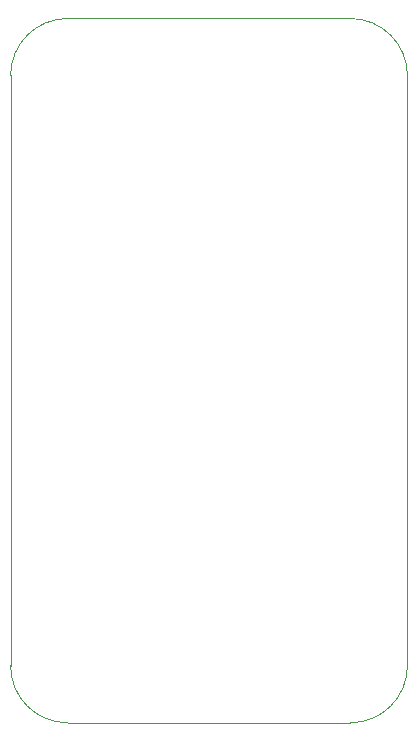
<source format=gbr>
%TF.GenerationSoftware,KiCad,Pcbnew,7.0.5-0*%
%TF.CreationDate,2023-07-31T21:43:19-04:00*%
%TF.ProjectId,carrier-arm14,63617272-6965-4722-9d61-726d31342e6b,rev?*%
%TF.SameCoordinates,Original*%
%TF.FileFunction,Profile,NP*%
%FSLAX46Y46*%
G04 Gerber Fmt 4.6, Leading zero omitted, Abs format (unit mm)*
G04 Created by KiCad (PCBNEW 7.0.5-0) date 2023-07-31 21:43:19*
%MOMM*%
%LPD*%
G01*
G04 APERTURE LIST*
%TA.AperFunction,Profile*%
%ADD10C,0.100000*%
%TD*%
G04 APERTURE END LIST*
D10*
X127427338Y-52997346D02*
X151377338Y-52997346D01*
X122601011Y-57823673D02*
X122601011Y-107800000D01*
X127427338Y-52997341D02*
G75*
G03*
X122601011Y-57823673I72J-4826399D01*
G01*
X122600973Y-107800000D02*
G75*
G03*
X127427338Y-112626327I4826327J0D01*
G01*
X151377338Y-112626365D02*
G75*
G03*
X156203665Y-107800000I-38J4826365D01*
G01*
X156203665Y-107800000D02*
X156203665Y-57823673D01*
X127427338Y-112626327D02*
X151377338Y-112626327D01*
X156203654Y-57823673D02*
G75*
G03*
X151377338Y-52997346I-4826354J-27D01*
G01*
M02*

</source>
